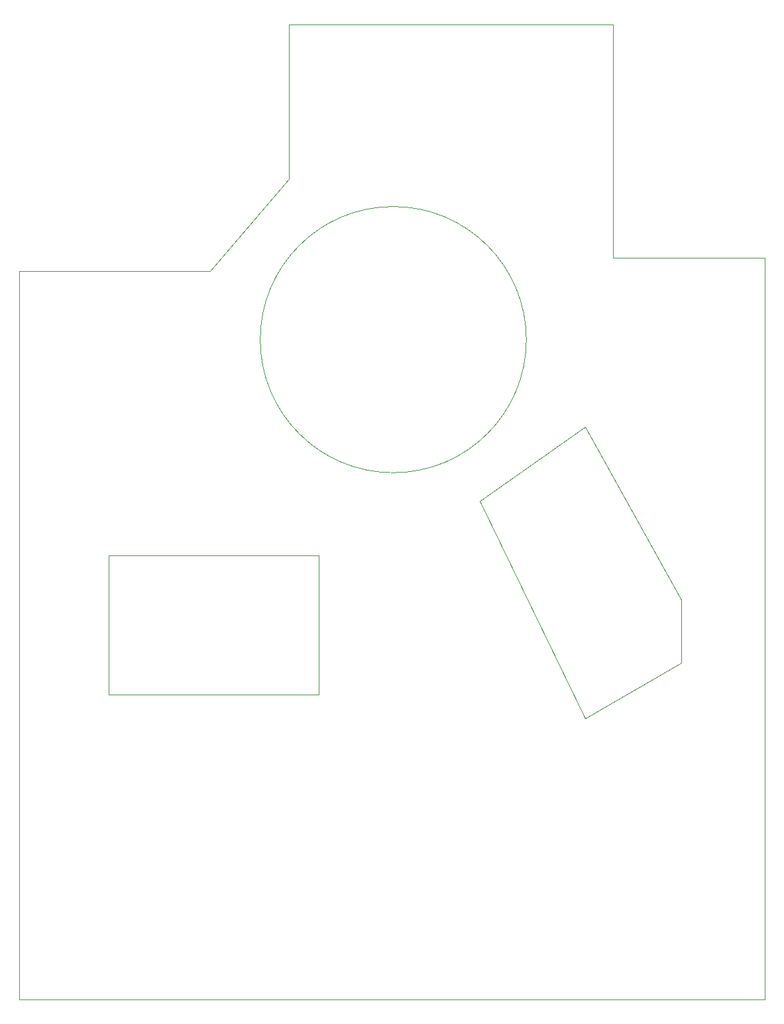
<source format=gbr>
G04 #@! TF.GenerationSoftware,KiCad,Pcbnew,5.1.7-a382d34a8~87~ubuntu20.04.1*
G04 #@! TF.CreationDate,2020-10-04T08:45:11+02:00*
G04 #@! TF.ProjectId,reform2-trackball,7265666f-726d-4322-9d74-7261636b6261,rev?*
G04 #@! TF.SameCoordinates,Original*
G04 #@! TF.FileFunction,Profile,NP*
%FSLAX46Y46*%
G04 Gerber Fmt 4.6, Leading zero omitted, Abs format (unit mm)*
G04 Created by KiCad (PCBNEW 5.1.7-a382d34a8~87~ubuntu20.04.1) date 2020-10-04 08:45:11*
%MOMM*%
%LPD*%
G01*
G04 APERTURE LIST*
G04 #@! TA.AperFunction,Profile*
%ADD10C,0.100000*%
G04 #@! TD*
G04 APERTURE END LIST*
D10*
X148630000Y-116750000D02*
X136300000Y-94660000D01*
X148630000Y-124750000D02*
X148630000Y-116750000D01*
X136300000Y-131850000D02*
X148630000Y-124750000D01*
X122870000Y-104130000D02*
X136300000Y-131850000D01*
X122870000Y-104130000D02*
X136300000Y-94660000D01*
X102320000Y-111020000D02*
X102320000Y-128800000D01*
X75460000Y-128800000D02*
X102320000Y-128800000D01*
X75460000Y-111020000D02*
X75460000Y-128800000D01*
X75460000Y-111020000D02*
X102320000Y-111020000D01*
X128810000Y-83490000D02*
G75*
G03*
X128810000Y-83490000I-17000000J0D01*
G01*
X98440000Y-63000000D02*
X88400000Y-74720000D01*
X98440000Y-43230000D02*
X98440000Y-63000000D01*
X139840000Y-43230000D02*
X98440000Y-43230000D01*
X139840000Y-73070000D02*
X139840000Y-43230000D01*
X159300000Y-73070000D02*
X139840000Y-73070000D01*
X64000000Y-74720000D02*
X88400000Y-74720000D01*
X159300000Y-167750000D02*
X159300000Y-73070000D01*
X64000000Y-167750000D02*
X64000000Y-74720000D01*
X64000000Y-167750000D02*
X159300000Y-167750000D01*
M02*

</source>
